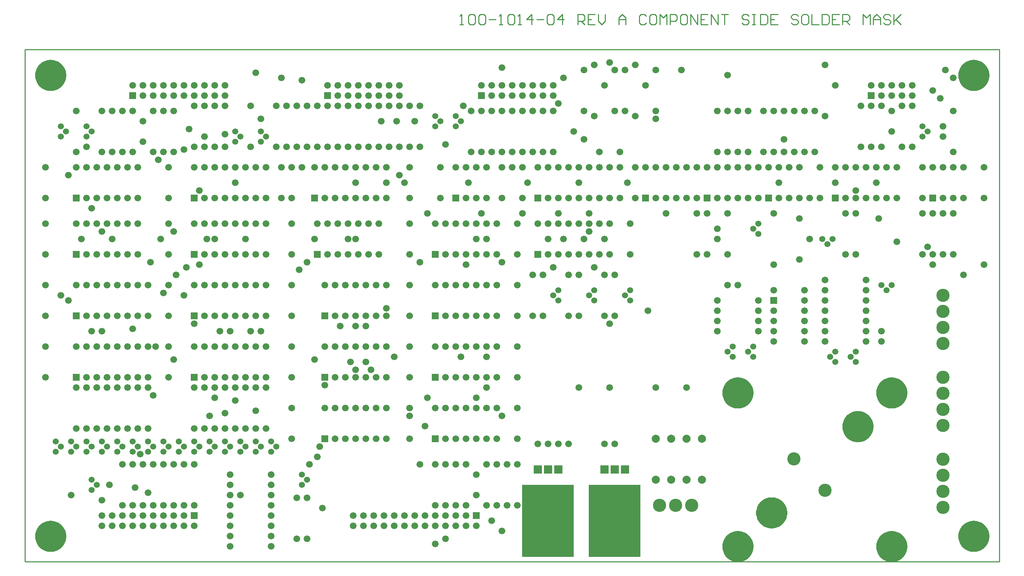
<source format=gts>
*%FSLAX23Y23*%
*%MOIN*%
G01*
%AMTHD33*
7,0,0,0.170,0.160,0.010,45*
%
%ADD11C,0.006*%
%ADD12C,0.007*%
%ADD13C,0.008*%
%ADD14C,0.010*%
%ADD15C,0.012*%
%ADD16C,0.020*%
%ADD17C,0.032*%
%ADD18C,0.036*%
%ADD19C,0.042*%
%ADD20C,0.050*%
%ADD21C,0.052*%
%ADD22C,0.055*%
%ADD23C,0.056*%
%ADD24C,0.059*%
%ADD25C,0.062*%
%ADD26C,0.066*%
%ADD27C,0.070*%
%ADD28C,0.075*%
%ADD29C,0.079*%
%ADD30C,0.090*%
%ADD31C,0.120*%
%ADD32C,0.125*%
%ADD33C,0.129*%
%ADD34C,0.140*%
%ADD35C,0.160*%
%ADD36C,0.250*%
%ADD37C,0.250*%
%ADD38R,0.062X0.062*%
%ADD39R,0.066X0.066*%
%ADD40R,0.075X0.075*%
%ADD41R,0.079X0.079*%
%ADD42R,0.250X0.250*%
%ADD43THD33*%
D14*
X8743Y10652D02*
X8776D01*
X8760D01*
Y10752D01*
X8761D01*
X8760D02*
X8743Y10735D01*
X8826D02*
X8843Y10752D01*
X8876D01*
X8893Y10735D01*
Y10669D01*
X8876Y10652D01*
X8843D01*
X8826Y10669D01*
Y10735D01*
X8926D02*
X8943Y10752D01*
X8976D01*
X8993Y10735D01*
Y10669D01*
X8976Y10652D01*
X8943D01*
X8926Y10669D01*
Y10735D01*
X9026Y10702D02*
X9093D01*
X9126Y10652D02*
X9160D01*
X9143D01*
Y10752D01*
X9144D01*
X9143D02*
X9126Y10735D01*
X9210D02*
X9226Y10752D01*
X9260D01*
X9276Y10735D01*
Y10669D01*
X9260Y10652D01*
X9226D01*
X9210Y10669D01*
Y10735D01*
X9309Y10652D02*
X9343D01*
X9326D01*
Y10752D01*
X9327D01*
X9326D02*
X9309Y10735D01*
X9443Y10752D02*
Y10652D01*
X9393Y10702D02*
X9443Y10752D01*
X9459Y10702D02*
X9393D01*
X9493D02*
X9559D01*
X9593Y10735D02*
X9609Y10752D01*
X9643D01*
X9659Y10735D01*
Y10669D01*
X9643Y10652D01*
X9609D01*
X9593Y10669D01*
Y10735D01*
X9743Y10752D02*
Y10652D01*
X9693Y10702D02*
X9743Y10752D01*
X9759Y10702D02*
X9693D01*
X9893Y10652D02*
Y10752D01*
X9943D01*
X9959Y10735D01*
Y10702D01*
X9943Y10685D01*
X9893D01*
X9926D02*
X9959Y10652D01*
X9993Y10752D02*
X10059D01*
X9993D02*
Y10652D01*
X10059D01*
X10026Y10702D02*
X9993D01*
X10093Y10685D02*
Y10752D01*
Y10685D02*
X10126Y10652D01*
X10159Y10685D01*
Y10752D01*
X10292Y10719D02*
Y10652D01*
Y10719D02*
X10326Y10752D01*
X10359Y10719D01*
Y10652D01*
Y10702D01*
X10292D01*
X10542Y10752D02*
X10559Y10735D01*
X10542Y10752D02*
X10509D01*
X10492Y10735D01*
Y10669D01*
X10509Y10652D01*
X10542D01*
X10559Y10669D01*
X10609Y10752D02*
X10642D01*
X10609D02*
X10592Y10735D01*
Y10669D01*
X10609Y10652D01*
X10642D01*
X10659Y10669D01*
Y10735D01*
X10642Y10752D01*
X10692D02*
Y10652D01*
X10726Y10719D02*
X10692Y10752D01*
X10726Y10719D02*
X10759Y10752D01*
Y10652D01*
X10792D02*
Y10752D01*
X10842D01*
X10859Y10735D01*
Y10702D01*
X10842Y10685D01*
X10792D01*
X10909Y10752D02*
X10942D01*
X10909D02*
X10892Y10735D01*
Y10669D01*
X10909Y10652D01*
X10942D01*
X10959Y10669D01*
Y10735D01*
X10942Y10752D01*
X10992D02*
Y10652D01*
X11059D02*
X10992Y10752D01*
X11059D02*
Y10652D01*
X11092Y10752D02*
X11159D01*
X11092D02*
Y10652D01*
X11159D01*
X11126Y10702D02*
X11092D01*
X11192Y10652D02*
Y10752D01*
X11259Y10652D01*
Y10752D01*
X11292D02*
X11359D01*
X11325D01*
Y10652D01*
X11542Y10752D02*
X11559Y10735D01*
X11542Y10752D02*
X11509D01*
X11492Y10735D01*
Y10719D01*
X11509Y10702D01*
X11542D01*
X11559Y10685D01*
Y10669D01*
X11542Y10652D01*
X11509D01*
X11492Y10669D01*
X11592Y10752D02*
X11625D01*
X11609D01*
Y10652D01*
X11592D01*
X11625D01*
X11675D02*
Y10752D01*
Y10652D02*
X11725D01*
X11742Y10669D01*
Y10735D01*
X11725Y10752D01*
X11675D01*
X11775D02*
X11842D01*
X11775D02*
Y10652D01*
X11842D01*
X11809Y10702D02*
X11775D01*
X12025Y10752D02*
X12042Y10735D01*
X12025Y10752D02*
X11992D01*
X11975Y10735D01*
Y10719D01*
X11992Y10702D01*
X12025D01*
X12042Y10685D01*
Y10669D01*
X12025Y10652D01*
X11992D01*
X11975Y10669D01*
X12092Y10752D02*
X12125D01*
X12092D02*
X12075Y10735D01*
Y10669D01*
X12092Y10652D01*
X12125D01*
X12142Y10669D01*
Y10735D01*
X12125Y10752D01*
X12175D02*
Y10652D01*
X12242D01*
X12275D02*
Y10752D01*
Y10652D02*
X12325D01*
X12342Y10669D01*
Y10735D01*
X12325Y10752D01*
X12275D01*
X12375D02*
X12442D01*
X12375D02*
Y10652D01*
X12442D01*
X12408Y10702D02*
X12375D01*
X12475Y10652D02*
Y10752D01*
X12525D01*
X12542Y10735D01*
Y10702D01*
X12525Y10685D01*
X12475D01*
X12508D02*
X12542Y10652D01*
X12675D02*
Y10752D01*
X12708Y10719D01*
X12742Y10752D01*
Y10652D01*
X12775D02*
Y10719D01*
X12808Y10752D01*
X12842Y10719D01*
Y10652D01*
Y10702D01*
X12775D01*
X12925Y10752D02*
X12942Y10735D01*
X12925Y10752D02*
X12892D01*
X12875Y10735D01*
Y10719D01*
X12892Y10702D01*
X12925D01*
X12942Y10685D01*
Y10669D01*
X12925Y10652D01*
X12892D01*
X12875Y10669D01*
X12975Y10652D02*
Y10752D01*
Y10685D02*
Y10652D01*
Y10685D02*
X13042Y10752D01*
X12992Y10702D01*
X13042Y10652D01*
X14003Y5407D02*
X4503D01*
Y10407D02*
X14003D01*
Y5407D01*
X4503D02*
Y10407D01*
D20*
X13626Y10157D02*
X13627D01*
X13626D02*
X13626Y10147D01*
X13628Y10137D01*
X13630Y10127D01*
X13633Y10117D01*
X13636Y10107D01*
X13641Y10098D01*
X13646Y10089D01*
X13651Y10081D01*
X13658Y10073D01*
X13665Y10065D01*
X13673Y10059D01*
X13681Y10052D01*
X13690Y10047D01*
X13699Y10042D01*
X13708Y10038D01*
X13718Y10035D01*
X13728Y10033D01*
X13738Y10031D01*
X13748Y10030D01*
X13758D01*
X13768Y10031D01*
X13778Y10033D01*
X13788Y10035D01*
X13798Y10038D01*
X13807Y10042D01*
X13816Y10047D01*
X13825Y10052D01*
X13833Y10059D01*
X13841Y10065D01*
X13848Y10073D01*
X13855Y10081D01*
X13860Y10089D01*
X13865Y10098D01*
X13870Y10107D01*
X13873Y10117D01*
X13876Y10127D01*
X13878Y10137D01*
X13880Y10147D01*
X13880Y10157D01*
X13881D01*
X13880D02*
X13880Y10167D01*
X13878Y10177D01*
X13876Y10187D01*
X13873Y10197D01*
X13870Y10207D01*
X13865Y10216D01*
X13860Y10225D01*
X13855Y10233D01*
X13848Y10241D01*
X13841Y10249D01*
X13833Y10255D01*
X13825Y10262D01*
X13816Y10267D01*
X13807Y10272D01*
X13798Y10276D01*
X13788Y10279D01*
X13778Y10281D01*
X13768Y10283D01*
X13758Y10284D01*
X13748D01*
X13738Y10283D01*
X13728Y10281D01*
X13718Y10279D01*
X13708Y10276D01*
X13699Y10272D01*
X13690Y10267D01*
X13681Y10262D01*
X13673Y10255D01*
X13665Y10249D01*
X13658Y10241D01*
X13651Y10233D01*
X13646Y10225D01*
X13641Y10216D01*
X13636Y10207D01*
X13633Y10197D01*
X13630Y10187D01*
X13628Y10177D01*
X13626Y10167D01*
X13626Y10157D01*
X13674D02*
X13675D01*
X13674D02*
X13675Y10148D01*
X13676Y10139D01*
X13679Y10130D01*
X13682Y10122D01*
X13687Y10114D01*
X13692Y10106D01*
X13699Y10100D01*
X13706Y10094D01*
X13714Y10089D01*
X13722Y10084D01*
X13730Y10081D01*
X13739Y10079D01*
X13748Y10078D01*
X13758D01*
X13767Y10079D01*
X13776Y10081D01*
X13784Y10084D01*
X13792Y10089D01*
X13800Y10094D01*
X13807Y10100D01*
X13814Y10106D01*
X13819Y10114D01*
X13824Y10122D01*
X13827Y10130D01*
X13830Y10139D01*
X13831Y10148D01*
X13832Y10157D01*
X13833D01*
X13832D02*
X13831Y10166D01*
X13830Y10175D01*
X13827Y10184D01*
X13824Y10192D01*
X13819Y10200D01*
X13814Y10208D01*
X13807Y10214D01*
X13800Y10220D01*
X13792Y10225D01*
X13784Y10230D01*
X13776Y10233D01*
X13767Y10235D01*
X13758Y10236D01*
X13748D01*
X13739Y10235D01*
X13730Y10233D01*
X13722Y10230D01*
X13714Y10225D01*
X13706Y10220D01*
X13699Y10214D01*
X13692Y10208D01*
X13687Y10200D01*
X13682Y10192D01*
X13679Y10184D01*
X13676Y10175D01*
X13675Y10166D01*
X13674Y10157D01*
X13722D02*
X13723D01*
X13722D02*
X13723Y10151D01*
X13725Y10144D01*
X13728Y10139D01*
X13732Y10134D01*
X13738Y10130D01*
X13743Y10128D01*
X13750Y10126D01*
X13756D01*
X13763Y10128D01*
X13768Y10130D01*
X13774Y10134D01*
X13778Y10139D01*
X13781Y10144D01*
X13783Y10151D01*
X13784Y10157D01*
X13785D01*
X13784D02*
X13783Y10163D01*
X13781Y10170D01*
X13778Y10175D01*
X13774Y10180D01*
X13768Y10184D01*
X13763Y10186D01*
X13756Y10188D01*
X13750D01*
X13743Y10186D01*
X13738Y10184D01*
X13732Y10180D01*
X13728Y10175D01*
X13725Y10170D01*
X13723Y10163D01*
X13722Y10157D01*
X13753D02*
D03*
X13626Y5657D02*
X13627D01*
X13626D02*
X13626Y5647D01*
X13628Y5637D01*
X13630Y5627D01*
X13633Y5617D01*
X13636Y5607D01*
X13641Y5598D01*
X13646Y5589D01*
X13651Y5581D01*
X13658Y5573D01*
X13665Y5565D01*
X13673Y5559D01*
X13681Y5552D01*
X13690Y5547D01*
X13699Y5542D01*
X13708Y5538D01*
X13718Y5535D01*
X13728Y5533D01*
X13738Y5531D01*
X13748Y5530D01*
X13758D01*
X13768Y5531D01*
X13778Y5533D01*
X13788Y5535D01*
X13798Y5538D01*
X13807Y5542D01*
X13816Y5547D01*
X13825Y5552D01*
X13833Y5559D01*
X13841Y5565D01*
X13848Y5573D01*
X13855Y5581D01*
X13860Y5589D01*
X13865Y5598D01*
X13870Y5607D01*
X13873Y5617D01*
X13876Y5627D01*
X13878Y5637D01*
X13880Y5647D01*
X13880Y5657D01*
X13881D01*
X13880D02*
X13880Y5667D01*
X13878Y5677D01*
X13876Y5687D01*
X13873Y5697D01*
X13870Y5707D01*
X13865Y5716D01*
X13860Y5725D01*
X13855Y5733D01*
X13848Y5741D01*
X13841Y5749D01*
X13833Y5755D01*
X13825Y5762D01*
X13816Y5767D01*
X13807Y5772D01*
X13798Y5776D01*
X13788Y5779D01*
X13778Y5781D01*
X13768Y5783D01*
X13758Y5784D01*
X13748D01*
X13738Y5783D01*
X13728Y5781D01*
X13718Y5779D01*
X13708Y5776D01*
X13699Y5772D01*
X13690Y5767D01*
X13681Y5762D01*
X13673Y5755D01*
X13665Y5749D01*
X13658Y5741D01*
X13651Y5733D01*
X13646Y5725D01*
X13641Y5716D01*
X13636Y5707D01*
X13633Y5697D01*
X13630Y5687D01*
X13628Y5677D01*
X13626Y5667D01*
X13626Y5657D01*
X13674D02*
X13675D01*
X13674D02*
X13675Y5648D01*
X13676Y5639D01*
X13679Y5630D01*
X13682Y5622D01*
X13687Y5614D01*
X13692Y5606D01*
X13699Y5600D01*
X13706Y5594D01*
X13714Y5589D01*
X13722Y5584D01*
X13730Y5581D01*
X13739Y5579D01*
X13748Y5578D01*
X13758D01*
X13767Y5579D01*
X13776Y5581D01*
X13784Y5584D01*
X13792Y5589D01*
X13800Y5594D01*
X13807Y5600D01*
X13814Y5606D01*
X13819Y5614D01*
X13824Y5622D01*
X13827Y5630D01*
X13830Y5639D01*
X13831Y5648D01*
X13832Y5657D01*
X13833D01*
X13832D02*
X13831Y5666D01*
X13830Y5675D01*
X13827Y5684D01*
X13824Y5692D01*
X13819Y5700D01*
X13814Y5708D01*
X13807Y5714D01*
X13800Y5720D01*
X13792Y5725D01*
X13784Y5730D01*
X13776Y5733D01*
X13767Y5735D01*
X13758Y5736D01*
X13748D01*
X13739Y5735D01*
X13730Y5733D01*
X13722Y5730D01*
X13714Y5725D01*
X13706Y5720D01*
X13699Y5714D01*
X13692Y5708D01*
X13687Y5700D01*
X13682Y5692D01*
X13679Y5684D01*
X13676Y5675D01*
X13675Y5666D01*
X13674Y5657D01*
X13722D02*
X13723D01*
X13722D02*
X13723Y5651D01*
X13725Y5644D01*
X13728Y5639D01*
X13732Y5634D01*
X13738Y5630D01*
X13743Y5628D01*
X13750Y5626D01*
X13756D01*
X13763Y5628D01*
X13768Y5630D01*
X13774Y5634D01*
X13778Y5639D01*
X13781Y5644D01*
X13783Y5651D01*
X13784Y5657D01*
X13785D01*
X13784D02*
X13783Y5663D01*
X13781Y5670D01*
X13778Y5675D01*
X13774Y5680D01*
X13768Y5684D01*
X13763Y5686D01*
X13756Y5688D01*
X13750D01*
X13743Y5686D01*
X13738Y5684D01*
X13732Y5680D01*
X13728Y5675D01*
X13725Y5670D01*
X13723Y5663D01*
X13722Y5657D01*
X13753D02*
D03*
X4626Y10157D02*
X4627D01*
X4626D02*
X4626Y10147D01*
X4628Y10137D01*
X4630Y10127D01*
X4633Y10117D01*
X4636Y10107D01*
X4641Y10098D01*
X4646Y10089D01*
X4651Y10081D01*
X4658Y10073D01*
X4665Y10065D01*
X4673Y10059D01*
X4681Y10052D01*
X4690Y10047D01*
X4699Y10042D01*
X4708Y10038D01*
X4718Y10035D01*
X4728Y10033D01*
X4738Y10031D01*
X4748Y10030D01*
X4758D01*
X4768Y10031D01*
X4778Y10033D01*
X4788Y10035D01*
X4798Y10038D01*
X4807Y10042D01*
X4816Y10047D01*
X4825Y10052D01*
X4833Y10059D01*
X4841Y10065D01*
X4848Y10073D01*
X4855Y10081D01*
X4860Y10089D01*
X4865Y10098D01*
X4870Y10107D01*
X4873Y10117D01*
X4876Y10127D01*
X4878Y10137D01*
X4880Y10147D01*
X4880Y10157D01*
X4881D01*
X4880D02*
X4880Y10167D01*
X4878Y10177D01*
X4876Y10187D01*
X4873Y10197D01*
X4870Y10207D01*
X4865Y10216D01*
X4860Y10225D01*
X4855Y10233D01*
X4848Y10241D01*
X4841Y10249D01*
X4833Y10255D01*
X4825Y10262D01*
X4816Y10267D01*
X4807Y10272D01*
X4798Y10276D01*
X4788Y10279D01*
X4778Y10281D01*
X4768Y10283D01*
X4758Y10284D01*
X4748D01*
X4738Y10283D01*
X4728Y10281D01*
X4718Y10279D01*
X4708Y10276D01*
X4699Y10272D01*
X4690Y10267D01*
X4681Y10262D01*
X4673Y10255D01*
X4665Y10249D01*
X4658Y10241D01*
X4651Y10233D01*
X4646Y10225D01*
X4641Y10216D01*
X4636Y10207D01*
X4633Y10197D01*
X4630Y10187D01*
X4628Y10177D01*
X4626Y10167D01*
X4626Y10157D01*
X4674D02*
X4675D01*
X4674D02*
X4675Y10148D01*
X4676Y10139D01*
X4679Y10130D01*
X4682Y10122D01*
X4687Y10114D01*
X4692Y10106D01*
X4699Y10100D01*
X4706Y10094D01*
X4714Y10089D01*
X4722Y10084D01*
X4730Y10081D01*
X4739Y10079D01*
X4748Y10078D01*
X4758D01*
X4767Y10079D01*
X4776Y10081D01*
X4784Y10084D01*
X4792Y10089D01*
X4800Y10094D01*
X4807Y10100D01*
X4814Y10106D01*
X4819Y10114D01*
X4824Y10122D01*
X4827Y10130D01*
X4830Y10139D01*
X4831Y10148D01*
X4832Y10157D01*
X4833D01*
X4832D02*
X4831Y10166D01*
X4830Y10175D01*
X4827Y10184D01*
X4824Y10192D01*
X4819Y10200D01*
X4814Y10208D01*
X4807Y10214D01*
X4800Y10220D01*
X4792Y10225D01*
X4784Y10230D01*
X4776Y10233D01*
X4767Y10235D01*
X4758Y10236D01*
X4748D01*
X4739Y10235D01*
X4730Y10233D01*
X4722Y10230D01*
X4714Y10225D01*
X4706Y10220D01*
X4699Y10214D01*
X4692Y10208D01*
X4687Y10200D01*
X4682Y10192D01*
X4679Y10184D01*
X4676Y10175D01*
X4675Y10166D01*
X4674Y10157D01*
X4722D02*
X4723D01*
X4722D02*
X4723Y10151D01*
X4725Y10144D01*
X4728Y10139D01*
X4732Y10134D01*
X4738Y10130D01*
X4743Y10128D01*
X4750Y10126D01*
X4756D01*
X4763Y10128D01*
X4768Y10130D01*
X4774Y10134D01*
X4778Y10139D01*
X4781Y10144D01*
X4783Y10151D01*
X4784Y10157D01*
X4785D01*
X4784D02*
X4783Y10163D01*
X4781Y10170D01*
X4778Y10175D01*
X4774Y10180D01*
X4768Y10184D01*
X4763Y10186D01*
X4756Y10188D01*
X4750D01*
X4743Y10186D01*
X4738Y10184D01*
X4732Y10180D01*
X4728Y10175D01*
X4725Y10170D01*
X4723Y10163D01*
X4722Y10157D01*
X4753D02*
D03*
X4626Y5657D02*
X4627D01*
X4626D02*
X4626Y5647D01*
X4628Y5637D01*
X4630Y5627D01*
X4633Y5617D01*
X4636Y5607D01*
X4641Y5598D01*
X4646Y5589D01*
X4651Y5581D01*
X4658Y5573D01*
X4665Y5565D01*
X4673Y5559D01*
X4681Y5552D01*
X4690Y5547D01*
X4699Y5542D01*
X4708Y5538D01*
X4718Y5535D01*
X4728Y5533D01*
X4738Y5531D01*
X4748Y5530D01*
X4758D01*
X4768Y5531D01*
X4778Y5533D01*
X4788Y5535D01*
X4798Y5538D01*
X4807Y5542D01*
X4816Y5547D01*
X4825Y5552D01*
X4833Y5559D01*
X4841Y5565D01*
X4848Y5573D01*
X4855Y5581D01*
X4860Y5589D01*
X4865Y5598D01*
X4870Y5607D01*
X4873Y5617D01*
X4876Y5627D01*
X4878Y5637D01*
X4880Y5647D01*
X4880Y5657D01*
X4881D01*
X4880D02*
X4880Y5667D01*
X4878Y5677D01*
X4876Y5687D01*
X4873Y5697D01*
X4870Y5707D01*
X4865Y5716D01*
X4860Y5725D01*
X4855Y5733D01*
X4848Y5741D01*
X4841Y5749D01*
X4833Y5755D01*
X4825Y5762D01*
X4816Y5767D01*
X4807Y5772D01*
X4798Y5776D01*
X4788Y5779D01*
X4778Y5781D01*
X4768Y5783D01*
X4758Y5784D01*
X4748D01*
X4738Y5783D01*
X4728Y5781D01*
X4718Y5779D01*
X4708Y5776D01*
X4699Y5772D01*
X4690Y5767D01*
X4681Y5762D01*
X4673Y5755D01*
X4665Y5749D01*
X4658Y5741D01*
X4651Y5733D01*
X4646Y5725D01*
X4641Y5716D01*
X4636Y5707D01*
X4633Y5697D01*
X4630Y5687D01*
X4628Y5677D01*
X4626Y5667D01*
X4626Y5657D01*
X4674D02*
X4675D01*
X4674D02*
X4675Y5648D01*
X4676Y5639D01*
X4679Y5630D01*
X4682Y5622D01*
X4687Y5614D01*
X4692Y5606D01*
X4699Y5600D01*
X4706Y5594D01*
X4714Y5589D01*
X4722Y5584D01*
X4730Y5581D01*
X4739Y5579D01*
X4748Y5578D01*
X4758D01*
X4767Y5579D01*
X4776Y5581D01*
X4784Y5584D01*
X4792Y5589D01*
X4800Y5594D01*
X4807Y5600D01*
X4814Y5606D01*
X4819Y5614D01*
X4824Y5622D01*
X4827Y5630D01*
X4830Y5639D01*
X4831Y5648D01*
X4832Y5657D01*
X4833D01*
X4832D02*
X4831Y5666D01*
X4830Y5675D01*
X4827Y5684D01*
X4824Y5692D01*
X4819Y5700D01*
X4814Y5708D01*
X4807Y5714D01*
X4800Y5720D01*
X4792Y5725D01*
X4784Y5730D01*
X4776Y5733D01*
X4767Y5735D01*
X4758Y5736D01*
X4748D01*
X4739Y5735D01*
X4730Y5733D01*
X4722Y5730D01*
X4714Y5725D01*
X4706Y5720D01*
X4699Y5714D01*
X4692Y5708D01*
X4687Y5700D01*
X4682Y5692D01*
X4679Y5684D01*
X4676Y5675D01*
X4675Y5666D01*
X4674Y5657D01*
X4722D02*
X4723D01*
X4722D02*
X4723Y5651D01*
X4725Y5644D01*
X4728Y5639D01*
X4732Y5634D01*
X4738Y5630D01*
X4743Y5628D01*
X4750Y5626D01*
X4756D01*
X4763Y5628D01*
X4768Y5630D01*
X4774Y5634D01*
X4778Y5639D01*
X4781Y5644D01*
X4783Y5651D01*
X4784Y5657D01*
X4785D01*
X4784D02*
X4783Y5663D01*
X4781Y5670D01*
X4778Y5675D01*
X4774Y5680D01*
X4768Y5684D01*
X4763Y5686D01*
X4756Y5688D01*
X4750D01*
X4743Y5686D01*
X4738Y5684D01*
X4732Y5680D01*
X4728Y5675D01*
X4725Y5670D01*
X4723Y5663D01*
X4722Y5657D01*
X4753D02*
D03*
X12826Y5557D02*
X12827D01*
X12826D02*
X12826Y5547D01*
X12828Y5537D01*
X12830Y5527D01*
X12833Y5517D01*
X12836Y5507D01*
X12841Y5498D01*
X12846Y5489D01*
X12851Y5481D01*
X12858Y5473D01*
X12865Y5465D01*
X12873Y5459D01*
X12881Y5452D01*
X12890Y5447D01*
X12899Y5442D01*
X12908Y5438D01*
X12918Y5435D01*
X12928Y5433D01*
X12938Y5431D01*
X12948Y5430D01*
X12958D01*
X12968Y5431D01*
X12978Y5433D01*
X12988Y5435D01*
X12998Y5438D01*
X13007Y5442D01*
X13016Y5447D01*
X13025Y5452D01*
X13033Y5459D01*
X13041Y5465D01*
X13048Y5473D01*
X13055Y5481D01*
X13060Y5489D01*
X13065Y5498D01*
X13070Y5507D01*
X13073Y5517D01*
X13076Y5527D01*
X13078Y5537D01*
X13080Y5547D01*
X13080Y5557D01*
X13081D01*
X13080D02*
X13080Y5567D01*
X13078Y5577D01*
X13076Y5587D01*
X13073Y5597D01*
X13070Y5607D01*
X13065Y5616D01*
X13060Y5625D01*
X13055Y5633D01*
X13048Y5641D01*
X13041Y5649D01*
X13033Y5655D01*
X13025Y5662D01*
X13016Y5667D01*
X13007Y5672D01*
X12998Y5676D01*
X12988Y5679D01*
X12978Y5681D01*
X12968Y5683D01*
X12958Y5684D01*
X12948D01*
X12938Y5683D01*
X12928Y5681D01*
X12918Y5679D01*
X12908Y5676D01*
X12899Y5672D01*
X12890Y5667D01*
X12881Y5662D01*
X12873Y5655D01*
X12865Y5649D01*
X12858Y5641D01*
X12851Y5633D01*
X12846Y5625D01*
X12841Y5616D01*
X12836Y5607D01*
X12833Y5597D01*
X12830Y5587D01*
X12828Y5577D01*
X12826Y5567D01*
X12826Y5557D01*
X12874D02*
X12875D01*
X12874D02*
X12875Y5548D01*
X12876Y5539D01*
X12879Y5530D01*
X12882Y5522D01*
X12887Y5514D01*
X12892Y5506D01*
X12899Y5500D01*
X12906Y5494D01*
X12914Y5489D01*
X12922Y5484D01*
X12930Y5481D01*
X12939Y5479D01*
X12948Y5478D01*
X12958D01*
X12967Y5479D01*
X12976Y5481D01*
X12984Y5484D01*
X12992Y5489D01*
X13000Y5494D01*
X13007Y5500D01*
X13014Y5506D01*
X13019Y5514D01*
X13024Y5522D01*
X13027Y5530D01*
X13030Y5539D01*
X13031Y5548D01*
X13032Y5557D01*
X13033D01*
X13032D02*
X13031Y5566D01*
X13030Y5575D01*
X13027Y5584D01*
X13024Y5592D01*
X13019Y5600D01*
X13014Y5608D01*
X13007Y5614D01*
X13000Y5620D01*
X12992Y5625D01*
X12984Y5630D01*
X12976Y5633D01*
X12967Y5635D01*
X12958Y5636D01*
X12948D01*
X12939Y5635D01*
X12930Y5633D01*
X12922Y5630D01*
X12914Y5625D01*
X12906Y5620D01*
X12899Y5614D01*
X12892Y5608D01*
X12887Y5600D01*
X12882Y5592D01*
X12879Y5584D01*
X12876Y5575D01*
X12875Y5566D01*
X12874Y5557D01*
X12922D02*
X12923D01*
X12922D02*
X12923Y5551D01*
X12925Y5544D01*
X12928Y5539D01*
X12932Y5534D01*
X12938Y5530D01*
X12943Y5528D01*
X12950Y5526D01*
X12956D01*
X12963Y5528D01*
X12968Y5530D01*
X12974Y5534D01*
X12978Y5539D01*
X12981Y5544D01*
X12983Y5551D01*
X12984Y5557D01*
X12985D01*
X12984D02*
X12983Y5563D01*
X12981Y5570D01*
X12978Y5575D01*
X12974Y5580D01*
X12968Y5584D01*
X12963Y5586D01*
X12956Y5588D01*
X12950D01*
X12943Y5586D01*
X12938Y5584D01*
X12932Y5580D01*
X12928Y5575D01*
X12925Y5570D01*
X12923Y5563D01*
X12922Y5557D01*
X12953D02*
D03*
X12826Y7057D02*
X12827D01*
X12826D02*
X12826Y7047D01*
X12828Y7037D01*
X12830Y7027D01*
X12833Y7017D01*
X12836Y7007D01*
X12841Y6998D01*
X12846Y6989D01*
X12851Y6981D01*
X12858Y6973D01*
X12865Y6965D01*
X12873Y6959D01*
X12881Y6952D01*
X12890Y6947D01*
X12899Y6942D01*
X12908Y6938D01*
X12918Y6935D01*
X12928Y6933D01*
X12938Y6931D01*
X12948Y6930D01*
X12958D01*
X12968Y6931D01*
X12978Y6933D01*
X12988Y6935D01*
X12998Y6938D01*
X13007Y6942D01*
X13016Y6947D01*
X13025Y6952D01*
X13033Y6959D01*
X13041Y6965D01*
X13048Y6973D01*
X13055Y6981D01*
X13060Y6989D01*
X13065Y6998D01*
X13070Y7007D01*
X13073Y7017D01*
X13076Y7027D01*
X13078Y7037D01*
X13080Y7047D01*
X13080Y7057D01*
X13081D01*
X13080D02*
X13080Y7067D01*
X13078Y7077D01*
X13076Y7087D01*
X13073Y7097D01*
X13070Y7107D01*
X13065Y7116D01*
X13060Y7125D01*
X13055Y7133D01*
X13048Y7141D01*
X13041Y7149D01*
X13033Y7155D01*
X13025Y7162D01*
X13016Y7167D01*
X13007Y7172D01*
X12998Y7176D01*
X12988Y7179D01*
X12978Y7181D01*
X12968Y7183D01*
X12958Y7184D01*
X12948D01*
X12938Y7183D01*
X12928Y7181D01*
X12918Y7179D01*
X12908Y7176D01*
X12899Y7172D01*
X12890Y7167D01*
X12881Y7162D01*
X12873Y7155D01*
X12865Y7149D01*
X12858Y7141D01*
X12851Y7133D01*
X12846Y7125D01*
X12841Y7116D01*
X12836Y7107D01*
X12833Y7097D01*
X12830Y7087D01*
X12828Y7077D01*
X12826Y7067D01*
X12826Y7057D01*
X12874D02*
X12875D01*
X12874D02*
X12875Y7048D01*
X12876Y7039D01*
X12879Y7030D01*
X12882Y7022D01*
X12887Y7014D01*
X12892Y7006D01*
X12899Y7000D01*
X12906Y6994D01*
X12914Y6989D01*
X12922Y6984D01*
X12930Y6981D01*
X12939Y6979D01*
X12948Y6978D01*
X12958D01*
X12967Y6979D01*
X12976Y6981D01*
X12984Y6984D01*
X12992Y6989D01*
X13000Y6994D01*
X13007Y7000D01*
X13014Y7006D01*
X13019Y7014D01*
X13024Y7022D01*
X13027Y7030D01*
X13030Y7039D01*
X13031Y7048D01*
X13032Y7057D01*
X13033D01*
X13032D02*
X13031Y7066D01*
X13030Y7075D01*
X13027Y7084D01*
X13024Y7092D01*
X13019Y7100D01*
X13014Y7108D01*
X13007Y7114D01*
X13000Y7120D01*
X12992Y7125D01*
X12984Y7130D01*
X12976Y7133D01*
X12967Y7135D01*
X12958Y7136D01*
X12948D01*
X12939Y7135D01*
X12930Y7133D01*
X12922Y7130D01*
X12914Y7125D01*
X12906Y7120D01*
X12899Y7114D01*
X12892Y7108D01*
X12887Y7100D01*
X12882Y7092D01*
X12879Y7084D01*
X12876Y7075D01*
X12875Y7066D01*
X12874Y7057D01*
X12922D02*
X12923D01*
X12922D02*
X12923Y7051D01*
X12925Y7044D01*
X12928Y7039D01*
X12932Y7034D01*
X12938Y7030D01*
X12943Y7028D01*
X12950Y7026D01*
X12956D01*
X12963Y7028D01*
X12968Y7030D01*
X12974Y7034D01*
X12978Y7039D01*
X12981Y7044D01*
X12983Y7051D01*
X12984Y7057D01*
X12985D01*
X12984D02*
X12983Y7063D01*
X12981Y7070D01*
X12978Y7075D01*
X12974Y7080D01*
X12968Y7084D01*
X12963Y7086D01*
X12956Y7088D01*
X12950D01*
X12943Y7086D01*
X12938Y7084D01*
X12932Y7080D01*
X12928Y7075D01*
X12925Y7070D01*
X12923Y7063D01*
X12922Y7057D01*
X12953D02*
D03*
X11326D02*
X11327D01*
X11326D02*
X11326Y7047D01*
X11328Y7037D01*
X11330Y7027D01*
X11333Y7017D01*
X11336Y7007D01*
X11341Y6998D01*
X11346Y6989D01*
X11351Y6981D01*
X11358Y6973D01*
X11365Y6965D01*
X11373Y6959D01*
X11381Y6952D01*
X11390Y6947D01*
X11399Y6942D01*
X11408Y6938D01*
X11418Y6935D01*
X11428Y6933D01*
X11438Y6931D01*
X11448Y6930D01*
X11458D01*
X11468Y6931D01*
X11478Y6933D01*
X11488Y6935D01*
X11498Y6938D01*
X11507Y6942D01*
X11516Y6947D01*
X11525Y6952D01*
X11533Y6959D01*
X11541Y6965D01*
X11548Y6973D01*
X11555Y6981D01*
X11560Y6989D01*
X11565Y6998D01*
X11570Y7007D01*
X11573Y7017D01*
X11576Y7027D01*
X11578Y7037D01*
X11580Y7047D01*
X11580Y7057D01*
X11581D01*
X11580D02*
X11580Y7067D01*
X11578Y7077D01*
X11576Y7087D01*
X11573Y7097D01*
X11570Y7107D01*
X11565Y7116D01*
X11560Y7125D01*
X11555Y7133D01*
X11548Y7141D01*
X11541Y7149D01*
X11533Y7155D01*
X11525Y7162D01*
X11516Y7167D01*
X11507Y7172D01*
X11498Y7176D01*
X11488Y7179D01*
X11478Y7181D01*
X11468Y7183D01*
X11458Y7184D01*
X11448D01*
X11438Y7183D01*
X11428Y7181D01*
X11418Y7179D01*
X11408Y7176D01*
X11399Y7172D01*
X11390Y7167D01*
X11381Y7162D01*
X11373Y7155D01*
X11365Y7149D01*
X11358Y7141D01*
X11351Y7133D01*
X11346Y7125D01*
X11341Y7116D01*
X11336Y7107D01*
X11333Y7097D01*
X11330Y7087D01*
X11328Y7077D01*
X11326Y7067D01*
X11326Y7057D01*
X11374D02*
X11375D01*
X11374D02*
X11375Y7048D01*
X11376Y7039D01*
X11379Y7030D01*
X11382Y7022D01*
X11387Y7014D01*
X11392Y7006D01*
X11399Y7000D01*
X11406Y6994D01*
X11414Y6989D01*
X11422Y6984D01*
X11430Y6981D01*
X11439Y6979D01*
X11448Y6978D01*
X11458D01*
X11467Y6979D01*
X11476Y6981D01*
X11484Y6984D01*
X11492Y6989D01*
X11500Y6994D01*
X11507Y7000D01*
X11514Y7006D01*
X11519Y7014D01*
X11524Y7022D01*
X11527Y7030D01*
X11530Y7039D01*
X11531Y7048D01*
X11532Y7057D01*
X11533D01*
X11532D02*
X11531Y7066D01*
X11530Y7075D01*
X11527Y7084D01*
X11524Y7092D01*
X11519Y7100D01*
X11514Y7108D01*
X11507Y7114D01*
X11500Y7120D01*
X11492Y7125D01*
X11484Y7130D01*
X11476Y7133D01*
X11467Y7135D01*
X11458Y7136D01*
X11448D01*
X11439Y7135D01*
X11430Y7133D01*
X11422Y7130D01*
X11414Y7125D01*
X11406Y7120D01*
X11399Y7114D01*
X11392Y7108D01*
X11387Y7100D01*
X11382Y7092D01*
X11379Y7084D01*
X11376Y7075D01*
X11375Y7066D01*
X11374Y7057D01*
X11422D02*
X11423D01*
X11422D02*
X11423Y7051D01*
X11425Y7044D01*
X11428Y7039D01*
X11432Y7034D01*
X11438Y7030D01*
X11443Y7028D01*
X11450Y7026D01*
X11456D01*
X11463Y7028D01*
X11468Y7030D01*
X11474Y7034D01*
X11478Y7039D01*
X11481Y7044D01*
X11483Y7051D01*
X11484Y7057D01*
X11485D01*
X11484D02*
X11483Y7063D01*
X11481Y7070D01*
X11478Y7075D01*
X11474Y7080D01*
X11468Y7084D01*
X11463Y7086D01*
X11456Y7088D01*
X11450D01*
X11443Y7086D01*
X11438Y7084D01*
X11432Y7080D01*
X11428Y7075D01*
X11425Y7070D01*
X11423Y7063D01*
X11422Y7057D01*
X11453D02*
D03*
X11326Y5557D02*
X11327D01*
X11326D02*
X11326Y5547D01*
X11328Y5537D01*
X11330Y5527D01*
X11333Y5517D01*
X11336Y5507D01*
X11341Y5498D01*
X11346Y5489D01*
X11351Y5481D01*
X11358Y5473D01*
X11365Y5465D01*
X11373Y5459D01*
X11381Y5452D01*
X11390Y5447D01*
X11399Y5442D01*
X11408Y5438D01*
X11418Y5435D01*
X11428Y5433D01*
X11438Y5431D01*
X11448Y5430D01*
X11458D01*
X11468Y5431D01*
X11478Y5433D01*
X11488Y5435D01*
X11498Y5438D01*
X11507Y5442D01*
X11516Y5447D01*
X11525Y5452D01*
X11533Y5459D01*
X11541Y5465D01*
X11548Y5473D01*
X11555Y5481D01*
X11560Y5489D01*
X11565Y5498D01*
X11570Y5507D01*
X11573Y5517D01*
X11576Y5527D01*
X11578Y5537D01*
X11580Y5547D01*
X11580Y5557D01*
X11581D01*
X11580D02*
X11580Y5567D01*
X11578Y5577D01*
X11576Y5587D01*
X11573Y5597D01*
X11570Y5607D01*
X11565Y5616D01*
X11560Y5625D01*
X11555Y5633D01*
X11548Y5641D01*
X11541Y5649D01*
X11533Y5655D01*
X11525Y5662D01*
X11516Y5667D01*
X11507Y5672D01*
X11498Y5676D01*
X11488Y5679D01*
X11478Y5681D01*
X11468Y5683D01*
X11458Y5684D01*
X11448D01*
X11438Y5683D01*
X11428Y5681D01*
X11418Y5679D01*
X11408Y5676D01*
X11399Y5672D01*
X11390Y5667D01*
X11381Y5662D01*
X11373Y5655D01*
X11365Y5649D01*
X11358Y5641D01*
X11351Y5633D01*
X11346Y5625D01*
X11341Y5616D01*
X11336Y5607D01*
X11333Y5597D01*
X11330Y5587D01*
X11328Y5577D01*
X11326Y5567D01*
X11326Y5557D01*
X11374D02*
X11375D01*
X11374D02*
X11375Y5548D01*
X11376Y5539D01*
X11379Y5530D01*
X11382Y5522D01*
X11387Y5514D01*
X11392Y5506D01*
X11399Y5500D01*
X11406Y5494D01*
X11414Y5489D01*
X11422Y5484D01*
X11430Y5481D01*
X11439Y5479D01*
X11448Y5478D01*
X11458D01*
X11467Y5479D01*
X11476Y5481D01*
X11484Y5484D01*
X11492Y5489D01*
X11500Y5494D01*
X11507Y5500D01*
X11514Y5506D01*
X11519Y5514D01*
X11524Y5522D01*
X11527Y5530D01*
X11530Y5539D01*
X11531Y5548D01*
X11532Y5557D01*
X11533D01*
X11532D02*
X11531Y5566D01*
X11530Y5575D01*
X11527Y5584D01*
X11524Y5592D01*
X11519Y5600D01*
X11514Y5608D01*
X11507Y5614D01*
X11500Y5620D01*
X11492Y5625D01*
X11484Y5630D01*
X11476Y5633D01*
X11467Y5635D01*
X11458Y5636D01*
X11448D01*
X11439Y5635D01*
X11430Y5633D01*
X11422Y5630D01*
X11414Y5625D01*
X11406Y5620D01*
X11399Y5614D01*
X11392Y5608D01*
X11387Y5600D01*
X11382Y5592D01*
X11379Y5584D01*
X11376Y5575D01*
X11375Y5566D01*
X11374Y5557D01*
X11422D02*
X11423D01*
X11422D02*
X11423Y5551D01*
X11425Y5544D01*
X11428Y5539D01*
X11432Y5534D01*
X11438Y5530D01*
X11443Y5528D01*
X11450Y5526D01*
X11456D01*
X11463Y5528D01*
X11468Y5530D01*
X11474Y5534D01*
X11478Y5539D01*
X11481Y5544D01*
X11483Y5551D01*
X11484Y5557D01*
X11485D01*
X11484D02*
X11483Y5563D01*
X11481Y5570D01*
X11478Y5575D01*
X11474Y5580D01*
X11468Y5584D01*
X11463Y5586D01*
X11456Y5588D01*
X11450D01*
X11443Y5586D01*
X11438Y5584D01*
X11432Y5580D01*
X11428Y5575D01*
X11425Y5570D01*
X11423Y5563D01*
X11422Y5557D01*
X11453D02*
D03*
X12496Y6728D02*
X12497D01*
X12496D02*
X12496Y6718D01*
X12498Y6708D01*
X12500Y6698D01*
X12503Y6688D01*
X12506Y6678D01*
X12511Y6669D01*
X12516Y6660D01*
X12521Y6652D01*
X12528Y6644D01*
X12535Y6636D01*
X12543Y6630D01*
X12551Y6623D01*
X12560Y6618D01*
X12569Y6613D01*
X12578Y6609D01*
X12588Y6606D01*
X12598Y6604D01*
X12608Y6602D01*
X12618Y6601D01*
X12628D01*
X12638Y6602D01*
X12648Y6604D01*
X12658Y6606D01*
X12668Y6609D01*
X12677Y6613D01*
X12686Y6618D01*
X12695Y6623D01*
X12703Y6630D01*
X12711Y6636D01*
X12718Y6644D01*
X12725Y6652D01*
X12730Y6660D01*
X12735Y6669D01*
X12740Y6678D01*
X12743Y6688D01*
X12746Y6698D01*
X12748Y6708D01*
X12750Y6718D01*
X12750Y6728D01*
X12751D01*
X12750D02*
X12750Y6738D01*
X12748Y6748D01*
X12746Y6758D01*
X12743Y6768D01*
X12740Y6778D01*
X12735Y6787D01*
X12730Y6796D01*
X12725Y6804D01*
X12718Y6812D01*
X12711Y6820D01*
X12703Y6826D01*
X12695Y6833D01*
X12686Y6838D01*
X12677Y6843D01*
X12668Y6847D01*
X12658Y6850D01*
X12648Y6852D01*
X12638Y6854D01*
X12628Y6855D01*
X12618D01*
X12608Y6854D01*
X12598Y6852D01*
X12588Y6850D01*
X12578Y6847D01*
X12569Y6843D01*
X12560Y6838D01*
X12551Y6833D01*
X12543Y6826D01*
X12535Y6820D01*
X12528Y6812D01*
X12521Y6804D01*
X12516Y6796D01*
X12511Y6787D01*
X12506Y6778D01*
X12503Y6768D01*
X12500Y6758D01*
X12498Y6748D01*
X12496Y6738D01*
X12496Y6728D01*
X12544D02*
X12545D01*
X12544D02*
X12545Y6719D01*
X12546Y6710D01*
X12549Y6701D01*
X12552Y6693D01*
X12557Y6685D01*
X12562Y6677D01*
X12569Y6671D01*
X12576Y6665D01*
X12584Y6660D01*
X12592Y6655D01*
X12600Y6652D01*
X12609Y6650D01*
X12618Y6649D01*
X12628D01*
X12637Y6650D01*
X12646Y6652D01*
X12654Y6655D01*
X12662Y6660D01*
X12670Y6665D01*
X12677Y6671D01*
X12684Y6677D01*
X12689Y6685D01*
X12694Y6693D01*
X12697Y6701D01*
X12700Y6710D01*
X12701Y6719D01*
X12702Y6728D01*
X12703D01*
X12702D02*
X12701Y6737D01*
X12700Y6746D01*
X12697Y6755D01*
X12694Y6763D01*
X12689Y6771D01*
X12684Y6779D01*
X12677Y6785D01*
X12670Y6791D01*
X12662Y6796D01*
X12654Y6801D01*
X12646Y6804D01*
X12637Y6806D01*
X12628Y6807D01*
X12618D01*
X12609Y6806D01*
X12600Y6804D01*
X12592Y6801D01*
X12584Y6796D01*
X12576Y6791D01*
X12569Y6785D01*
X12562Y6779D01*
X12557Y6771D01*
X12552Y6763D01*
X12549Y6755D01*
X12546Y6746D01*
X12545Y6737D01*
X12544Y6728D01*
X12592D02*
X12593D01*
X12592D02*
X12593Y6722D01*
X12595Y6715D01*
X12598Y6710D01*
X12602Y6705D01*
X12608Y6701D01*
X12613Y6699D01*
X12620Y6697D01*
X12626D01*
X12633Y6699D01*
X12638Y6701D01*
X12644Y6705D01*
X12648Y6710D01*
X12651Y6715D01*
X12653Y6722D01*
X12654Y6728D01*
X12655D01*
X12654D02*
X12653Y6734D01*
X12651Y6741D01*
X12648Y6746D01*
X12644Y6751D01*
X12638Y6755D01*
X12633Y6757D01*
X12626Y6759D01*
X12620D01*
X12613Y6757D01*
X12608Y6755D01*
X12602Y6751D01*
X12598Y6746D01*
X12595Y6741D01*
X12593Y6734D01*
X12592Y6728D01*
X12623D02*
D03*
X11655Y5886D02*
X11656D01*
X11655D02*
X11655Y5876D01*
X11657Y5866D01*
X11659Y5856D01*
X11662Y5846D01*
X11665Y5836D01*
X11670Y5827D01*
X11675Y5818D01*
X11680Y5810D01*
X11687Y5802D01*
X11694Y5794D01*
X11702Y5788D01*
X11710Y5781D01*
X11718Y5776D01*
X11728Y5771D01*
X11737Y5767D01*
X11747Y5764D01*
X11757Y5762D01*
X11767Y5760D01*
X11777Y5759D01*
X11787D01*
X11797Y5760D01*
X11807Y5762D01*
X11817Y5764D01*
X11827Y5767D01*
X11836Y5771D01*
X11846Y5776D01*
X11854Y5781D01*
X11862Y5788D01*
X11870Y5794D01*
X11877Y5802D01*
X11884Y5810D01*
X11889Y5818D01*
X11894Y5827D01*
X11899Y5836D01*
X11902Y5846D01*
X11905Y5856D01*
X11907Y5866D01*
X11909Y5876D01*
X11909Y5886D01*
X11910D01*
X11909D02*
X11909Y5896D01*
X11907Y5906D01*
X11905Y5916D01*
X11902Y5926D01*
X11899Y5936D01*
X11894Y5945D01*
X11889Y5954D01*
X11884Y5962D01*
X11877Y5970D01*
X11870Y5978D01*
X11862Y5984D01*
X11854Y5991D01*
X11846Y5996D01*
X11836Y6001D01*
X11827Y6005D01*
X11817Y6008D01*
X11807Y6010D01*
X11797Y6012D01*
X11787Y6013D01*
X11777D01*
X11767Y6012D01*
X11757Y6010D01*
X11747Y6008D01*
X11737Y6005D01*
X11728Y6001D01*
X11718Y5996D01*
X11710Y5991D01*
X11702Y5984D01*
X11694Y5978D01*
X11687Y5970D01*
X11680Y5962D01*
X11675Y5954D01*
X11670Y5945D01*
X11665Y5936D01*
X11662Y5926D01*
X11659Y5916D01*
X11657Y5906D01*
X11655Y5896D01*
X11655Y5886D01*
X11703D02*
X11704D01*
X11703D02*
X11704Y5877D01*
X11705Y5868D01*
X11708Y5859D01*
X11711Y5851D01*
X11716Y5843D01*
X11721Y5835D01*
X11728Y5829D01*
X11735Y5823D01*
X11742Y5818D01*
X11751Y5813D01*
X11759Y5810D01*
X11768Y5808D01*
X11777Y5807D01*
X11787D01*
X11796Y5808D01*
X11805Y5810D01*
X11813Y5813D01*
X11822Y5818D01*
X11829Y5823D01*
X11836Y5829D01*
X11843Y5835D01*
X11848Y5843D01*
X11853Y5851D01*
X11856Y5859D01*
X11859Y5868D01*
X11860Y5877D01*
X11861Y5886D01*
X11862D01*
X11861D02*
X11860Y5895D01*
X11859Y5904D01*
X11856Y5913D01*
X11853Y5921D01*
X11848Y5929D01*
X11843Y5937D01*
X11836Y5943D01*
X11829Y5949D01*
X11822Y5954D01*
X11813Y5959D01*
X11805Y5962D01*
X11796Y5964D01*
X11787Y5965D01*
X11777D01*
X11768Y5964D01*
X11759Y5962D01*
X11751Y5959D01*
X11742Y5954D01*
X11735Y5949D01*
X11728Y5943D01*
X11721Y5937D01*
X11716Y5929D01*
X11711Y5921D01*
X11708Y5913D01*
X11705Y5904D01*
X11704Y5895D01*
X11703Y5886D01*
X11751D02*
X11752D01*
X11751D02*
X11752Y5880D01*
X11754Y5873D01*
X11757Y5868D01*
X11761Y5863D01*
X11766Y5859D01*
X11772Y5857D01*
X11779Y5855D01*
X11785D01*
X11792Y5857D01*
X11798Y5859D01*
X11803Y5863D01*
X11807Y5868D01*
X11810Y5873D01*
X11812Y5880D01*
X11813Y5886D01*
X11814D01*
X11813D02*
X11812Y5892D01*
X11810Y5899D01*
X11807Y5904D01*
X11803Y5909D01*
X11798Y5913D01*
X11792Y5915D01*
X11785Y5917D01*
X11779D01*
X11772Y5915D01*
X11766Y5913D01*
X11761Y5909D01*
X11757Y5904D01*
X11754Y5899D01*
X11752Y5892D01*
X11751Y5886D01*
X11782D02*
D03*
X10151Y5607D02*
X10152D01*
X10151D02*
X10151Y5597D01*
X10153Y5588D01*
X10155Y5578D01*
X10158Y5569D01*
X10162Y5560D01*
X10167Y5552D01*
X10173Y5544D01*
X10179Y5537D01*
X10186Y5530D01*
X10194Y5524D01*
X10202Y5519D01*
X10211Y5514D01*
X10220Y5511D01*
X10229Y5508D01*
X10238Y5506D01*
X10248Y5505D01*
X10258D01*
X10268Y5506D01*
X10277Y5508D01*
X10286Y5511D01*
X10295Y5514D01*
X10304Y5519D01*
X10312Y5524D01*
X10320Y5530D01*
X10327Y5537D01*
X10333Y5544D01*
X10339Y5552D01*
X10344Y5560D01*
X10348Y5569D01*
X10351Y5578D01*
X10353Y5588D01*
X10355Y5597D01*
X10355Y5607D01*
X10356D01*
X10355D02*
X10355Y5617D01*
X10353Y5626D01*
X10351Y5636D01*
X10348Y5645D01*
X10344Y5654D01*
X10339Y5662D01*
X10333Y5670D01*
X10327Y5677D01*
X10320Y5684D01*
X10312Y5690D01*
X10304Y5695D01*
X10295Y5700D01*
X10286Y5703D01*
X10277Y5706D01*
X10268Y5708D01*
X10258Y5709D01*
X10248D01*
X10238Y5708D01*
X10229Y5706D01*
X10220Y5703D01*
X10211Y5700D01*
X10202Y5695D01*
X10194Y5690D01*
X10186Y5684D01*
X10179Y5677D01*
X10173Y5670D01*
X10167Y5662D01*
X10162Y5654D01*
X10158Y5645D01*
X10155Y5636D01*
X10153Y5626D01*
X10151Y5617D01*
X10151Y5607D01*
X10199D02*
X10200D01*
X10199D02*
X10200Y5599D01*
X10201Y5591D01*
X10204Y5584D01*
X10208Y5577D01*
X10213Y5570D01*
X10219Y5565D01*
X10226Y5560D01*
X10233Y5557D01*
X10241Y5554D01*
X10249Y5553D01*
X10257D01*
X10265Y5554D01*
X10273Y5557D01*
X10280Y5560D01*
X10287Y5565D01*
X10293Y5570D01*
X10298Y5577D01*
X10302Y5584D01*
X10305Y5591D01*
X10306Y5599D01*
X10307Y5607D01*
X10308D01*
X10307D02*
X10306Y5615D01*
X10305Y5623D01*
X10302Y5630D01*
X10298Y5637D01*
X10293Y5644D01*
X10287Y5649D01*
X10280Y5654D01*
X10273Y5657D01*
X10265Y5660D01*
X10257Y5661D01*
X10249D01*
X10241Y5660D01*
X10233Y5657D01*
X10226Y5654D01*
X10219Y5649D01*
X10213Y5644D01*
X10208Y5637D01*
X10204Y5630D01*
X10201Y5623D01*
X10200Y5615D01*
X10199Y5607D01*
X10247D02*
X10248D01*
X10247D02*
X10247Y5605D01*
X10248Y5603D01*
X10250Y5602D01*
X10252Y5601D01*
X10254D01*
X10256Y5602D01*
X10258Y5603D01*
X10259Y5605D01*
X10259Y5607D01*
X10260D01*
X10259D02*
X10259Y5609D01*
X10258Y5611D01*
X10256Y5612D01*
X10254Y5613D01*
X10252D01*
X10250Y5612D01*
X10248Y5611D01*
X10247Y5609D01*
X10247Y5607D01*
X9501D02*
X9502D01*
X9501D02*
X9501Y5597D01*
X9503Y5588D01*
X9505Y5578D01*
X9508Y5569D01*
X9512Y5560D01*
X9517Y5552D01*
X9523Y5544D01*
X9529Y5537D01*
X9536Y5530D01*
X9544Y5524D01*
X9552Y5519D01*
X9561Y5514D01*
X9570Y5511D01*
X9579Y5508D01*
X9588Y5506D01*
X9598Y5505D01*
X9608D01*
X9618Y5506D01*
X9627Y5508D01*
X9636Y5511D01*
X9645Y5514D01*
X9654Y5519D01*
X9662Y5524D01*
X9670Y5530D01*
X9677Y5537D01*
X9683Y5544D01*
X9689Y5552D01*
X9694Y5560D01*
X9698Y5569D01*
X9701Y5578D01*
X9703Y5588D01*
X9705Y5597D01*
X9705Y5607D01*
X9706D01*
X9705D02*
X9705Y5617D01*
X9703Y5626D01*
X9701Y5636D01*
X9698Y5645D01*
X9694Y5654D01*
X9689Y5662D01*
X9683Y5670D01*
X9677Y5677D01*
X9670Y5684D01*
X9662Y5690D01*
X9654Y5695D01*
X9645Y5700D01*
X9636Y5703D01*
X9627Y5706D01*
X9618Y5708D01*
X9608Y5709D01*
X9598D01*
X9588Y5708D01*
X9579Y5706D01*
X9570Y5703D01*
X9561Y5700D01*
X9552Y5695D01*
X9544Y5690D01*
X9536Y5684D01*
X9529Y5677D01*
X9523Y5670D01*
X9517Y5662D01*
X9512Y5654D01*
X9508Y5645D01*
X9505Y5636D01*
X9503Y5626D01*
X9501Y5617D01*
X9501Y5607D01*
X9549D02*
X9550D01*
X9549D02*
X9550Y5599D01*
X9551Y5591D01*
X9554Y5584D01*
X9558Y5577D01*
X9563Y5570D01*
X9569Y5565D01*
X9576Y5560D01*
X9583Y5557D01*
X9591Y5554D01*
X9599Y5553D01*
X9607D01*
X9615Y5554D01*
X9623Y5557D01*
X9630Y5560D01*
X9637Y5565D01*
X9643Y5570D01*
X9648Y5577D01*
X9652Y5584D01*
X9655Y5591D01*
X9656Y5599D01*
X9657Y5607D01*
X9658D01*
X9657D02*
X9656Y5615D01*
X9655Y5623D01*
X9652Y5630D01*
X9648Y5637D01*
X9643Y5644D01*
X9637Y5649D01*
X9630Y5654D01*
X9623Y5657D01*
X9615Y5660D01*
X9607Y5661D01*
X9599D01*
X9591Y5660D01*
X9583Y5657D01*
X9576Y5654D01*
X9569Y5649D01*
X9563Y5644D01*
X9558Y5637D01*
X9554Y5630D01*
X9551Y5623D01*
X9550Y5615D01*
X9549Y5607D01*
X9597D02*
X9598D01*
X9597D02*
X9597Y5605D01*
X9598Y5603D01*
X9600Y5602D01*
X9602Y5601D01*
X9604D01*
X9606Y5602D01*
X9608Y5603D01*
X9609Y5605D01*
X9609Y5607D01*
X9610D01*
X9609D02*
X9609Y5609D01*
X9608Y5611D01*
X9606Y5612D01*
X9604Y5613D01*
X9602D01*
X9600Y5612D01*
X9598Y5611D01*
X9597Y5609D01*
X9597Y5607D01*
D24*
X13253Y9557D02*
D03*
Y9657D02*
D03*
X13303Y9607D02*
D03*
X12953Y8107D02*
D03*
X12903Y8057D02*
D03*
X12853Y8107D02*
D03*
X12278Y8557D02*
D03*
X12378D02*
D03*
X12328Y8507D02*
D03*
X11653Y8707D02*
D03*
X11603Y8657D02*
D03*
X11653Y8607D02*
D03*
X11403Y7507D02*
D03*
Y7407D02*
D03*
X11353Y7457D02*
D03*
X11603Y7507D02*
D03*
Y7407D02*
D03*
X11553Y7457D02*
D03*
X12403D02*
D03*
Y7357D02*
D03*
X12353Y7407D02*
D03*
X12603Y7457D02*
D03*
Y7357D02*
D03*
X12553Y7407D02*
D03*
X10053Y8057D02*
D03*
Y7957D02*
D03*
X10003Y8007D02*
D03*
X10403Y8057D02*
D03*
Y7957D02*
D03*
X10353Y8007D02*
D03*
X8503Y9657D02*
D03*
Y9757D02*
D03*
X8553Y9707D02*
D03*
X8703Y9657D02*
D03*
Y9757D02*
D03*
X8753Y9707D02*
D03*
X9703Y8057D02*
D03*
Y7957D02*
D03*
X9653Y8007D02*
D03*
X6803Y9507D02*
D03*
Y9607D02*
D03*
X6853Y9557D02*
D03*
X7203Y6157D02*
D03*
Y6257D02*
D03*
X7253Y6207D02*
D03*
X6603Y6482D02*
D03*
Y6582D02*
D03*
X6653Y6532D02*
D03*
X6753Y6482D02*
D03*
Y6582D02*
D03*
X6803Y6532D02*
D03*
X6903Y6482D02*
D03*
Y6582D02*
D03*
X6953Y6532D02*
D03*
X6553Y9507D02*
D03*
Y9607D02*
D03*
X6603Y9557D02*
D03*
X5103D02*
D03*
Y9657D02*
D03*
X5153Y9607D02*
D03*
Y6107D02*
D03*
Y6207D02*
D03*
X5203Y6157D02*
D03*
X5103Y6482D02*
D03*
Y6582D02*
D03*
X5153Y6532D02*
D03*
X5253Y6482D02*
D03*
Y6582D02*
D03*
X5303Y6532D02*
D03*
X5403Y6482D02*
D03*
Y6582D02*
D03*
X5453Y6532D02*
D03*
X5553Y6482D02*
D03*
Y6582D02*
D03*
X5603Y6532D02*
D03*
X5703Y6482D02*
D03*
Y6582D02*
D03*
X5753Y6532D02*
D03*
X5853Y6482D02*
D03*
Y6582D02*
D03*
X5903Y6532D02*
D03*
X6003Y6482D02*
D03*
Y6582D02*
D03*
X6053Y6532D02*
D03*
X6153Y6482D02*
D03*
Y6582D02*
D03*
X6203Y6532D02*
D03*
X6303Y6482D02*
D03*
Y6582D02*
D03*
X6353Y6532D02*
D03*
X6453Y6482D02*
D03*
Y6582D02*
D03*
X6503Y6532D02*
D03*
X4853Y9557D02*
D03*
Y9657D02*
D03*
X4903Y9607D02*
D03*
X4803Y6482D02*
D03*
Y6582D02*
D03*
X4853Y6532D02*
D03*
X4953Y6482D02*
D03*
Y6582D02*
D03*
X5003Y6532D02*
D03*
D26*
X13553Y10132D02*
D03*
X13428Y9932D02*
D03*
X13478Y10207D02*
D03*
X13353Y10007D02*
D03*
X13303Y8482D02*
D03*
X13003Y8532D02*
D03*
X12803Y9107D02*
D03*
X12828Y8757D02*
D03*
X12603Y9032D02*
D03*
X12403Y9107D02*
D03*
X11853D02*
D03*
X11903Y9532D02*
D03*
X11353Y10157D02*
D03*
X10903Y10207D02*
D03*
X10753Y8807D02*
D03*
X10653Y9732D02*
D03*
X10578Y7857D02*
D03*
X10378Y9107D02*
D03*
X10203Y10282D02*
D03*
X10303Y9407D02*
D03*
X10203Y7732D02*
D03*
X10103Y9407D02*
D03*
X10053Y8282D02*
D03*
X10153Y8557D02*
D03*
X10003Y8807D02*
D03*
Y8632D02*
D03*
X9853Y9607D02*
D03*
X9903Y9107D02*
D03*
X9953Y9532D02*
D03*
Y8557D02*
D03*
X9753Y10132D02*
D03*
Y8557D02*
D03*
X9703Y9882D02*
D03*
Y8807D02*
D03*
X9653Y8282D02*
D03*
X9603Y8557D02*
D03*
X9403Y9107D02*
D03*
X9253Y9257D02*
D03*
X9353Y8807D02*
D03*
X9153Y10232D02*
D03*
X9003Y8557D02*
D03*
X9153Y8332D02*
D03*
X9003Y7107D02*
D03*
X9153Y6832D02*
D03*
X9003Y7407D02*
D03*
X9153Y5707D02*
D03*
X9053Y5807D02*
D03*
X8828Y9107D02*
D03*
X8803Y8307D02*
D03*
X8903Y8557D02*
D03*
X8953Y8807D02*
D03*
X8903Y7007D02*
D03*
X8603Y9482D02*
D03*
X8778Y9857D02*
D03*
X8753Y7407D02*
D03*
X8603Y5632D02*
D03*
X8428Y8807D02*
D03*
X8403Y6732D02*
D03*
X8428Y7007D02*
D03*
X8503Y5582D02*
D03*
X8303Y9707D02*
D03*
X8203Y9107D02*
D03*
X8353Y8332D02*
D03*
Y6357D02*
D03*
X8253Y6832D02*
D03*
X8128Y9707D02*
D03*
X8153Y9182D02*
D03*
X8028Y9107D02*
D03*
Y7882D02*
D03*
X8103Y7407D02*
D03*
X7978Y9707D02*
D03*
X7828Y7707D02*
D03*
X7878Y7282D02*
D03*
X7828Y7357D02*
D03*
X7728Y9107D02*
D03*
X7653Y8557D02*
D03*
X7728D02*
D03*
Y7707D02*
D03*
Y7282D02*
D03*
X7678Y7357D02*
D03*
X7578Y7707D02*
D03*
X7428Y7132D02*
D03*
X7253Y8332D02*
D03*
X7328Y8557D02*
D03*
Y7382D02*
D03*
X7378Y6532D02*
D03*
X7278Y6357D02*
D03*
X7353Y6432D02*
D03*
X7403Y5932D02*
D03*
X7203Y9257D02*
D03*
Y10107D02*
D03*
X7178Y8257D02*
D03*
X7003Y10132D02*
D03*
X6753Y10182D02*
D03*
X6803Y9732D02*
D03*
X6653Y8557D02*
D03*
X6703Y7657D02*
D03*
X6803D02*
D03*
X6753Y6882D02*
D03*
X6553Y9107D02*
D03*
X6453Y9582D02*
D03*
X6503Y7657D02*
D03*
X6553Y6982D02*
D03*
X6453Y6857D02*
D03*
X6603Y6057D02*
D03*
X6253Y9557D02*
D03*
X6278Y8557D02*
D03*
X6353D02*
D03*
X6403Y7657D02*
D03*
X6353Y7007D02*
D03*
X6303Y6832D02*
D03*
X6053Y9432D02*
D03*
X6103Y9632D02*
D03*
X6203Y8307D02*
D03*
X6078Y8282D02*
D03*
X6203Y9032D02*
D03*
X6053Y8007D02*
D03*
X6153Y7732D02*
D03*
X5978Y8207D02*
D03*
X5953Y8632D02*
D03*
X5853Y8032D02*
D03*
X5953Y7382D02*
D03*
X5803Y9332D02*
D03*
X5828Y8557D02*
D03*
X5728Y8332D02*
D03*
X5778Y7507D02*
D03*
X5703Y6082D02*
D03*
X5753Y7032D02*
D03*
X5553Y7682D02*
D03*
X5578Y6132D02*
D03*
X5628Y6457D02*
D03*
X5353Y8557D02*
D03*
X5328Y6157D02*
D03*
X5103Y9457D02*
D03*
X5153Y8857D02*
D03*
X5253Y8632D02*
D03*
Y7657D02*
D03*
X5153D02*
D03*
X5253Y6007D02*
D03*
X4928Y9182D02*
D03*
Y7957D02*
D03*
X5053Y8557D02*
D03*
X4953Y6057D02*
D03*
X4853Y8007D02*
D03*
X13253Y9257D02*
D03*
Y8957D02*
D03*
X12953Y9607D02*
D03*
Y9807D02*
D03*
X13553D02*
D03*
Y9407D02*
D03*
X13453Y9657D02*
D03*
Y9557D02*
D03*
X13153Y9457D02*
D03*
Y9857D02*
D03*
X13053D02*
D03*
Y9457D02*
D03*
X13453Y8407D02*
D03*
Y8807D02*
D03*
X13853Y8957D02*
D03*
Y9257D02*
D03*
X13653Y8207D02*
D03*
X13353Y8307D02*
D03*
X13853D02*
D03*
X13453Y8957D02*
D03*
X13553D02*
D03*
X13653D02*
D03*
Y9257D02*
D03*
X13553D02*
D03*
X13453D02*
D03*
X13353D02*
D03*
X13253Y8407D02*
D03*
Y8807D02*
D03*
X13353Y8407D02*
D03*
Y8807D02*
D03*
X13553Y8407D02*
D03*
Y8807D02*
D03*
X11903Y9407D02*
D03*
Y9807D02*
D03*
X11653Y9257D02*
D03*
Y8957D02*
D03*
X12753Y10057D02*
D03*
X12853Y9957D02*
D03*
Y10057D02*
D03*
X12953Y9957D02*
D03*
Y10057D02*
D03*
X13053Y9957D02*
D03*
Y10057D02*
D03*
X13153Y9957D02*
D03*
Y10057D02*
D03*
X12853Y9857D02*
D03*
Y9457D02*
D03*
X12753D02*
D03*
Y9857D02*
D03*
X12653Y9457D02*
D03*
Y9857D02*
D03*
X12003Y9807D02*
D03*
Y9407D02*
D03*
X12103D02*
D03*
Y9807D02*
D03*
X12203Y9407D02*
D03*
Y9807D02*
D03*
X11803D02*
D03*
Y9407D02*
D03*
X11703Y9807D02*
D03*
Y9407D02*
D03*
X12403Y10057D02*
D03*
X12303Y9757D02*
D03*
Y10257D02*
D03*
X11453Y9807D02*
D03*
Y9407D02*
D03*
X11353Y9807D02*
D03*
Y9407D02*
D03*
X11553Y9807D02*
D03*
Y9407D02*
D03*
X12053Y8357D02*
D03*
Y8757D02*
D03*
X12153Y8557D02*
D03*
Y8957D02*
D03*
X12853Y7557D02*
D03*
Y7657D02*
D03*
X11453Y8107D02*
D03*
X11353D02*
D03*
X11653Y7857D02*
D03*
X11253D02*
D03*
X11653Y7957D02*
D03*
X11253D02*
D03*
X12303Y7557D02*
D03*
X12703D02*
D03*
X12303Y7657D02*
D03*
X12703D02*
D03*
X12303Y7757D02*
D03*
X12703D02*
D03*
X12303Y7857D02*
D03*
X12703D02*
D03*
X12103Y8057D02*
D03*
X11803D02*
D03*
Y7557D02*
D03*
X12103D02*
D03*
X11553Y8957D02*
D03*
Y9257D02*
D03*
X11853Y8957D02*
D03*
X11953D02*
D03*
X12053D02*
D03*
Y9257D02*
D03*
X11953D02*
D03*
X11853D02*
D03*
X11753D02*
D03*
X12253Y8957D02*
D03*
Y9257D02*
D03*
X12303Y7957D02*
D03*
X12703D02*
D03*
X12503Y8957D02*
D03*
X12603D02*
D03*
X12703D02*
D03*
X12803D02*
D03*
X12903D02*
D03*
X13003D02*
D03*
Y9257D02*
D03*
X12903D02*
D03*
X12803D02*
D03*
X12703D02*
D03*
X12603D02*
D03*
X12503D02*
D03*
X12403D02*
D03*
X12603Y8807D02*
D03*
Y8407D02*
D03*
X12503D02*
D03*
Y8807D02*
D03*
X11803D02*
D03*
Y8307D02*
D03*
Y7857D02*
D03*
Y7757D02*
D03*
Y7657D02*
D03*
X12103D02*
D03*
Y7757D02*
D03*
Y7857D02*
D03*
Y7957D02*
D03*
X11353Y8407D02*
D03*
Y8807D02*
D03*
X12303Y8157D02*
D03*
X12703D02*
D03*
X12303Y8057D02*
D03*
X12703D02*
D03*
X10453Y9257D02*
D03*
Y8957D02*
D03*
X11053Y9257D02*
D03*
Y8957D02*
D03*
X9953Y9807D02*
D03*
Y10207D02*
D03*
X10153Y10057D02*
D03*
X10053Y9757D02*
D03*
Y10257D02*
D03*
X10253Y9807D02*
D03*
Y10207D02*
D03*
X10353Y9807D02*
D03*
Y10207D02*
D03*
X10553Y10057D02*
D03*
X10453Y9757D02*
D03*
Y10257D02*
D03*
X10653Y9807D02*
D03*
Y10207D02*
D03*
X11253Y9807D02*
D03*
Y9407D02*
D03*
Y7657D02*
D03*
X11653D02*
D03*
X11253Y7757D02*
D03*
X11653D02*
D03*
X10303Y8957D02*
D03*
Y9257D02*
D03*
X10953Y8957D02*
D03*
Y9257D02*
D03*
X11253Y8957D02*
D03*
X11353D02*
D03*
X11453D02*
D03*
Y9257D02*
D03*
X11353D02*
D03*
X11253D02*
D03*
X11153D02*
D03*
X10403Y8707D02*
D03*
Y8407D02*
D03*
X10653Y8957D02*
D03*
X10753D02*
D03*
X10853D02*
D03*
Y9257D02*
D03*
X10753D02*
D03*
X10653D02*
D03*
X10553D02*
D03*
X11153Y8407D02*
D03*
Y8807D02*
D03*
X11053Y8407D02*
D03*
Y8807D02*
D03*
X11253Y8657D02*
D03*
Y8557D02*
D03*
X9903Y7807D02*
D03*
Y8207D02*
D03*
X9803Y7807D02*
D03*
Y8207D02*
D03*
X10253Y7807D02*
D03*
Y8207D02*
D03*
X10153Y7807D02*
D03*
Y8207D02*
D03*
X9903Y7107D02*
D03*
X10203D02*
D03*
X10253Y6557D02*
D03*
X10153D02*
D03*
X9803D02*
D03*
X9703D02*
D03*
X10953Y7107D02*
D03*
X10653D02*
D03*
X9253Y9807D02*
D03*
Y9407D02*
D03*
X8853Y9807D02*
D03*
Y9407D02*
D03*
X8953D02*
D03*
Y9807D02*
D03*
X9053Y9407D02*
D03*
Y9807D02*
D03*
X9153D02*
D03*
Y9407D02*
D03*
X9353Y9807D02*
D03*
Y9407D02*
D03*
X9453Y9807D02*
D03*
Y9407D02*
D03*
X9553D02*
D03*
Y9807D02*
D03*
X9653D02*
D03*
Y9407D02*
D03*
X9353Y9257D02*
D03*
Y8957D02*
D03*
X8553Y9257D02*
D03*
Y8957D02*
D03*
X8253Y9457D02*
D03*
Y9857D02*
D03*
X8353Y9457D02*
D03*
Y9857D02*
D03*
X8953Y10057D02*
D03*
X9053Y9957D02*
D03*
Y10057D02*
D03*
X9153Y9957D02*
D03*
Y10057D02*
D03*
X9253Y9957D02*
D03*
Y10057D02*
D03*
X9353Y9957D02*
D03*
Y10057D02*
D03*
X9453Y9957D02*
D03*
Y10057D02*
D03*
X9553Y9957D02*
D03*
Y10057D02*
D03*
X9653Y9957D02*
D03*
Y10057D02*
D03*
X8603Y7807D02*
D03*
X8703D02*
D03*
X8803D02*
D03*
X8903D02*
D03*
X9003D02*
D03*
X9103D02*
D03*
Y8107D02*
D03*
X9003D02*
D03*
X8903D02*
D03*
X8803D02*
D03*
X8703D02*
D03*
X8603D02*
D03*
X8503D02*
D03*
X9153Y8957D02*
D03*
Y9257D02*
D03*
X9303Y8707D02*
D03*
Y8407D02*
D03*
Y8107D02*
D03*
Y7807D02*
D03*
X8603Y8407D02*
D03*
X8703D02*
D03*
X8803D02*
D03*
X8903D02*
D03*
X9003D02*
D03*
X9103D02*
D03*
Y8707D02*
D03*
X9003D02*
D03*
X8903D02*
D03*
X8803D02*
D03*
X8703D02*
D03*
X8603D02*
D03*
X8503D02*
D03*
X8803Y8957D02*
D03*
X8903D02*
D03*
X9003D02*
D03*
Y9257D02*
D03*
X8903D02*
D03*
X8803D02*
D03*
X8703D02*
D03*
X9603Y8407D02*
D03*
X9703D02*
D03*
X9803D02*
D03*
X9903D02*
D03*
X10003D02*
D03*
X10103D02*
D03*
X10203D02*
D03*
Y8707D02*
D03*
X10103D02*
D03*
X10003D02*
D03*
X9903D02*
D03*
X9803D02*
D03*
X9703D02*
D03*
X9603D02*
D03*
X9503D02*
D03*
X9603Y8957D02*
D03*
X9703D02*
D03*
X9803D02*
D03*
X9903D02*
D03*
X10003D02*
D03*
X10103D02*
D03*
X10203D02*
D03*
Y9257D02*
D03*
X10103D02*
D03*
X10003D02*
D03*
X9903D02*
D03*
X9803D02*
D03*
X9703D02*
D03*
X9603D02*
D03*
X9503D02*
D03*
X9453Y7807D02*
D03*
Y8207D02*
D03*
X9553Y7807D02*
D03*
Y8207D02*
D03*
X8253Y8107D02*
D03*
Y7807D02*
D03*
Y8707D02*
D03*
Y8407D02*
D03*
Y8957D02*
D03*
Y9257D02*
D03*
X8503Y5957D02*
D03*
Y6357D02*
D03*
X8603Y5957D02*
D03*
Y6357D02*
D03*
X8703D02*
D03*
Y5957D02*
D03*
X9103Y6357D02*
D03*
Y5957D02*
D03*
X9203D02*
D03*
Y6357D02*
D03*
X9303Y5957D02*
D03*
Y6357D02*
D03*
X8603Y7207D02*
D03*
X8703D02*
D03*
X8803D02*
D03*
X8903D02*
D03*
X9003D02*
D03*
X9103D02*
D03*
Y7507D02*
D03*
X9003D02*
D03*
X8903D02*
D03*
X8803D02*
D03*
X8703D02*
D03*
X8603D02*
D03*
X8503D02*
D03*
X9303D02*
D03*
Y7207D02*
D03*
Y6907D02*
D03*
Y6607D02*
D03*
X9503Y6557D02*
D03*
X9603D02*
D03*
X8603Y6607D02*
D03*
X8703D02*
D03*
X8803D02*
D03*
X8903D02*
D03*
X9003D02*
D03*
X9103D02*
D03*
Y6907D02*
D03*
X9003D02*
D03*
X8903D02*
D03*
X8803D02*
D03*
X8703D02*
D03*
X8603D02*
D03*
X8503D02*
D03*
X8253Y7507D02*
D03*
Y7207D02*
D03*
Y6907D02*
D03*
Y6607D02*
D03*
X8903Y6057D02*
D03*
Y6257D02*
D03*
X8803Y5957D02*
D03*
Y6357D02*
D03*
X9003Y5957D02*
D03*
Y6357D02*
D03*
X8903Y5757D02*
D03*
X8803Y5857D02*
D03*
Y5757D02*
D03*
X8703Y5857D02*
D03*
Y5757D02*
D03*
X8603Y5857D02*
D03*
Y5757D02*
D03*
X8503Y5857D02*
D03*
Y5757D02*
D03*
X8403Y5857D02*
D03*
Y5757D02*
D03*
X8303Y5857D02*
D03*
Y5757D02*
D03*
X8203Y5857D02*
D03*
Y5757D02*
D03*
X8103Y5857D02*
D03*
Y5757D02*
D03*
X8003Y5857D02*
D03*
Y5757D02*
D03*
X7903Y5857D02*
D03*
Y5757D02*
D03*
X7803Y5857D02*
D03*
Y5757D02*
D03*
X7703Y5857D02*
D03*
Y5757D02*
D03*
X7453Y9857D02*
D03*
Y9457D02*
D03*
X7853Y9857D02*
D03*
Y9457D02*
D03*
X7553D02*
D03*
Y9857D02*
D03*
X7653Y9457D02*
D03*
Y9857D02*
D03*
X7953Y9457D02*
D03*
Y9857D02*
D03*
X8053Y9457D02*
D03*
Y9857D02*
D03*
X7353Y9457D02*
D03*
Y9857D02*
D03*
X7253Y9457D02*
D03*
Y9857D02*
D03*
X7153Y9457D02*
D03*
Y9857D02*
D03*
X7053Y9457D02*
D03*
Y9857D02*
D03*
X7753Y9457D02*
D03*
Y9857D02*
D03*
X8153Y9457D02*
D03*
Y9857D02*
D03*
X6953Y9457D02*
D03*
Y9857D02*
D03*
X6703Y9457D02*
D03*
Y9857D02*
D03*
X7103Y9257D02*
D03*
Y8957D02*
D03*
X7453Y10057D02*
D03*
X7553Y9957D02*
D03*
Y10057D02*
D03*
X7653Y9957D02*
D03*
Y10057D02*
D03*
X7753Y9957D02*
D03*
Y10057D02*
D03*
X7853Y9957D02*
D03*
Y10057D02*
D03*
X7953Y9957D02*
D03*
Y10057D02*
D03*
X8053Y9957D02*
D03*
Y10057D02*
D03*
X8153Y9957D02*
D03*
Y10057D02*
D03*
X7103Y8707D02*
D03*
Y8407D02*
D03*
Y8107D02*
D03*
Y7807D02*
D03*
X7528D02*
D03*
X7628D02*
D03*
X7728D02*
D03*
X7828D02*
D03*
X7928D02*
D03*
X8028D02*
D03*
Y8107D02*
D03*
X7928D02*
D03*
X7828D02*
D03*
X7728D02*
D03*
X7628D02*
D03*
X7528D02*
D03*
X7428D02*
D03*
Y8957D02*
D03*
X7528D02*
D03*
X7628D02*
D03*
X7728D02*
D03*
X7828D02*
D03*
X7928D02*
D03*
X8028D02*
D03*
Y9257D02*
D03*
X7928D02*
D03*
X7828D02*
D03*
X7728D02*
D03*
X7628D02*
D03*
X7528D02*
D03*
X7428D02*
D03*
X7328D02*
D03*
X7003Y8957D02*
D03*
Y9257D02*
D03*
X7453Y8407D02*
D03*
X7553D02*
D03*
X7653D02*
D03*
X7753D02*
D03*
X7853D02*
D03*
X7953D02*
D03*
Y8707D02*
D03*
X7853D02*
D03*
X7753D02*
D03*
X7653D02*
D03*
X7553D02*
D03*
X7453D02*
D03*
X7353D02*
D03*
X7153Y6032D02*
D03*
Y5632D02*
D03*
X7103Y7507D02*
D03*
Y7207D02*
D03*
Y6907D02*
D03*
Y6607D02*
D03*
X7528D02*
D03*
X7628D02*
D03*
X7728D02*
D03*
X7828D02*
D03*
X7928D02*
D03*
X8028D02*
D03*
Y6907D02*
D03*
X7928D02*
D03*
X7828D02*
D03*
X7728D02*
D03*
X7628D02*
D03*
X7528D02*
D03*
X7428D02*
D03*
X7528Y7207D02*
D03*
X7628D02*
D03*
X7728D02*
D03*
X7828D02*
D03*
X7928D02*
D03*
X8028D02*
D03*
Y7507D02*
D03*
X7928D02*
D03*
X7828D02*
D03*
X7728D02*
D03*
X7628D02*
D03*
X7528D02*
D03*
X7428D02*
D03*
X6853Y7107D02*
D03*
Y6707D02*
D03*
X6753Y7107D02*
D03*
Y6707D02*
D03*
X6653Y7107D02*
D03*
Y6707D02*
D03*
X6903Y6057D02*
D03*
X6503D02*
D03*
X6903Y6157D02*
D03*
X6503D02*
D03*
X6903Y6257D02*
D03*
X6503D02*
D03*
X7253Y5632D02*
D03*
Y6032D02*
D03*
X6903Y5557D02*
D03*
X6503D02*
D03*
X6903Y5657D02*
D03*
X6503D02*
D03*
X6903Y5757D02*
D03*
X6503D02*
D03*
X6903Y5857D02*
D03*
X6503D02*
D03*
X6903Y5957D02*
D03*
X6503D02*
D03*
X5553Y9807D02*
D03*
Y9407D02*
D03*
X5753Y9807D02*
D03*
Y9407D02*
D03*
X5653Y9507D02*
D03*
Y9707D02*
D03*
X5453Y9407D02*
D03*
Y9807D02*
D03*
X5353Y9407D02*
D03*
Y9807D02*
D03*
X5853Y9407D02*
D03*
Y9807D02*
D03*
X5953Y9407D02*
D03*
Y9807D02*
D03*
X5253Y9407D02*
D03*
Y9807D02*
D03*
X5903Y9257D02*
D03*
Y8957D02*
D03*
X6453Y9457D02*
D03*
Y9857D02*
D03*
X6353Y9457D02*
D03*
Y9857D02*
D03*
X6253Y9457D02*
D03*
Y9857D02*
D03*
X6153Y9457D02*
D03*
Y9857D02*
D03*
X5553Y10057D02*
D03*
X5653Y9957D02*
D03*
Y10057D02*
D03*
X5753Y9957D02*
D03*
Y10057D02*
D03*
X5853Y9957D02*
D03*
Y10057D02*
D03*
X5953Y9957D02*
D03*
Y10057D02*
D03*
X6053Y9957D02*
D03*
Y10057D02*
D03*
X6153Y9957D02*
D03*
Y10057D02*
D03*
X6253Y9957D02*
D03*
Y10057D02*
D03*
X6353Y9957D02*
D03*
Y10057D02*
D03*
X6453Y9957D02*
D03*
Y10057D02*
D03*
X5903Y8707D02*
D03*
Y8407D02*
D03*
Y8107D02*
D03*
Y7807D02*
D03*
X6253Y8407D02*
D03*
X6353D02*
D03*
X6453D02*
D03*
X6553D02*
D03*
X6653D02*
D03*
X6753D02*
D03*
X6853D02*
D03*
Y8707D02*
D03*
X6753D02*
D03*
X6653D02*
D03*
X6553D02*
D03*
X6453D02*
D03*
X6353D02*
D03*
X6253D02*
D03*
X6153D02*
D03*
X6253Y8957D02*
D03*
X6353D02*
D03*
X6453D02*
D03*
X6553D02*
D03*
X6653D02*
D03*
X6753D02*
D03*
X6853D02*
D03*
Y9257D02*
D03*
X6753D02*
D03*
X6653D02*
D03*
X6553D02*
D03*
X6453D02*
D03*
X6353D02*
D03*
X6253D02*
D03*
X6153D02*
D03*
X6253Y7807D02*
D03*
X6353D02*
D03*
X6453D02*
D03*
X6553D02*
D03*
X6653D02*
D03*
X6753D02*
D03*
X6853D02*
D03*
Y8107D02*
D03*
X6753D02*
D03*
X6653D02*
D03*
X6553D02*
D03*
X6453D02*
D03*
X6353D02*
D03*
X6253D02*
D03*
X6153D02*
D03*
X5453Y6357D02*
D03*
Y5957D02*
D03*
X5553Y6357D02*
D03*
Y5957D02*
D03*
X5753Y6357D02*
D03*
Y5957D02*
D03*
X5853Y6357D02*
D03*
Y5957D02*
D03*
X5953Y6357D02*
D03*
Y5957D02*
D03*
X6153Y6357D02*
D03*
Y5957D02*
D03*
X5903Y7507D02*
D03*
Y7207D02*
D03*
X6253D02*
D03*
X6353D02*
D03*
X6453D02*
D03*
X6553D02*
D03*
X6653D02*
D03*
X6753D02*
D03*
X6853D02*
D03*
Y7507D02*
D03*
X6753D02*
D03*
X6653D02*
D03*
X6553D02*
D03*
X6453D02*
D03*
X6353D02*
D03*
X6253D02*
D03*
X6153D02*
D03*
X5103Y7107D02*
D03*
Y6707D02*
D03*
X5203Y7107D02*
D03*
Y6707D02*
D03*
X5303Y7107D02*
D03*
Y6707D02*
D03*
X5503Y7107D02*
D03*
Y6707D02*
D03*
X5603Y7107D02*
D03*
Y6707D02*
D03*
X5703Y7107D02*
D03*
Y6707D02*
D03*
X6553Y7107D02*
D03*
Y6707D02*
D03*
X6453Y7107D02*
D03*
Y6707D02*
D03*
X6253Y7107D02*
D03*
Y6707D02*
D03*
X6153Y7107D02*
D03*
Y6707D02*
D03*
X6053Y6357D02*
D03*
Y5957D02*
D03*
X5653Y6357D02*
D03*
Y5957D02*
D03*
X5403Y7107D02*
D03*
Y6707D02*
D03*
X6353Y7107D02*
D03*
Y6707D02*
D03*
X6153Y5757D02*
D03*
X6053Y5857D02*
D03*
Y5757D02*
D03*
X5953Y5857D02*
D03*
Y5757D02*
D03*
X5853Y5857D02*
D03*
Y5757D02*
D03*
X5753Y5857D02*
D03*
Y5757D02*
D03*
X5653Y5857D02*
D03*
Y5757D02*
D03*
X5553Y5857D02*
D03*
Y5757D02*
D03*
X5453Y5857D02*
D03*
Y5757D02*
D03*
X5353Y5857D02*
D03*
Y5757D02*
D03*
X5253Y5857D02*
D03*
Y5757D02*
D03*
X4703Y9257D02*
D03*
Y8957D02*
D03*
X5003Y9407D02*
D03*
Y9807D02*
D03*
X4703Y8707D02*
D03*
Y8407D02*
D03*
Y8107D02*
D03*
Y7807D02*
D03*
X5103D02*
D03*
X5203D02*
D03*
X5303D02*
D03*
X5403D02*
D03*
X5503D02*
D03*
X5603D02*
D03*
X5703D02*
D03*
Y8107D02*
D03*
X5603D02*
D03*
X5503D02*
D03*
X5403D02*
D03*
X5303D02*
D03*
X5203D02*
D03*
X5103D02*
D03*
X5003D02*
D03*
X5103Y8957D02*
D03*
X5203D02*
D03*
X5303D02*
D03*
X5403D02*
D03*
X5503D02*
D03*
X5603D02*
D03*
Y9257D02*
D03*
X5503D02*
D03*
X5403D02*
D03*
X5303D02*
D03*
X5203D02*
D03*
X5103D02*
D03*
X5003D02*
D03*
X5103Y8407D02*
D03*
X5203D02*
D03*
X5303D02*
D03*
X5403D02*
D03*
X5503D02*
D03*
X5603D02*
D03*
Y8707D02*
D03*
X5503D02*
D03*
X5403D02*
D03*
X5303D02*
D03*
X5203D02*
D03*
X5103D02*
D03*
X5003D02*
D03*
X4703Y7507D02*
D03*
Y7207D02*
D03*
X5103D02*
D03*
X5203D02*
D03*
X5303D02*
D03*
X5403D02*
D03*
X5503D02*
D03*
X5603D02*
D03*
X5703D02*
D03*
Y7507D02*
D03*
X5603D02*
D03*
X5503D02*
D03*
X5403D02*
D03*
X5303D02*
D03*
X5203D02*
D03*
X5103D02*
D03*
X5003D02*
D03*
Y7107D02*
D03*
Y6707D02*
D03*
D29*
X10953Y6207D02*
D03*
Y6607D02*
D03*
X10803D02*
D03*
Y6207D02*
D03*
X10653Y6607D02*
D03*
Y6207D02*
D03*
X11103D02*
D03*
Y6607D02*
D03*
D33*
X13453Y7851D02*
D03*
Y7695D02*
D03*
Y7539D02*
D03*
Y8007D02*
D03*
Y7051D02*
D03*
Y6895D02*
D03*
Y6739D02*
D03*
Y7207D02*
D03*
Y6251D02*
D03*
Y6095D02*
D03*
Y5939D02*
D03*
Y6407D02*
D03*
X12001Y6410D02*
D03*
X12305Y6106D02*
D03*
X10847Y5957D02*
D03*
X10691D02*
D03*
X11003D02*
D03*
D39*
X13353Y8957D02*
D03*
X12753Y9957D02*
D03*
X11753Y8957D02*
D03*
X12403D02*
D03*
X11803Y7957D02*
D03*
X11153Y8957D02*
D03*
X10553D02*
D03*
X8953Y9957D02*
D03*
X8503Y7807D02*
D03*
Y8407D02*
D03*
X8703Y8957D02*
D03*
X9503Y8407D02*
D03*
Y8957D02*
D03*
X8503Y7207D02*
D03*
Y6607D02*
D03*
X8903Y5857D02*
D03*
X7453Y9957D02*
D03*
X7428Y7807D02*
D03*
X7328Y8957D02*
D03*
X7353Y8407D02*
D03*
X7428Y6607D02*
D03*
Y7207D02*
D03*
X5553Y9957D02*
D03*
X6153Y8407D02*
D03*
Y8957D02*
D03*
Y7807D02*
D03*
Y7207D02*
D03*
Y5857D02*
D03*
X5003Y7807D02*
D03*
Y8957D02*
D03*
Y8407D02*
D03*
Y7207D02*
D03*
D41*
X10153Y6307D02*
D03*
X10353D02*
D03*
X10253D02*
D03*
X9703D02*
D03*
X9603D02*
D03*
X9503D02*
D03*
D42*
X10126Y5580D02*
X10380D01*
Y6034D01*
X10126D01*
Y5580D01*
X10253Y5704D02*
Y5910D01*
X9476Y5580D02*
X9730D01*
Y6034D01*
X9476D01*
Y5580D01*
X9603Y5704D02*
Y5910D01*
D02*
M02*

</source>
